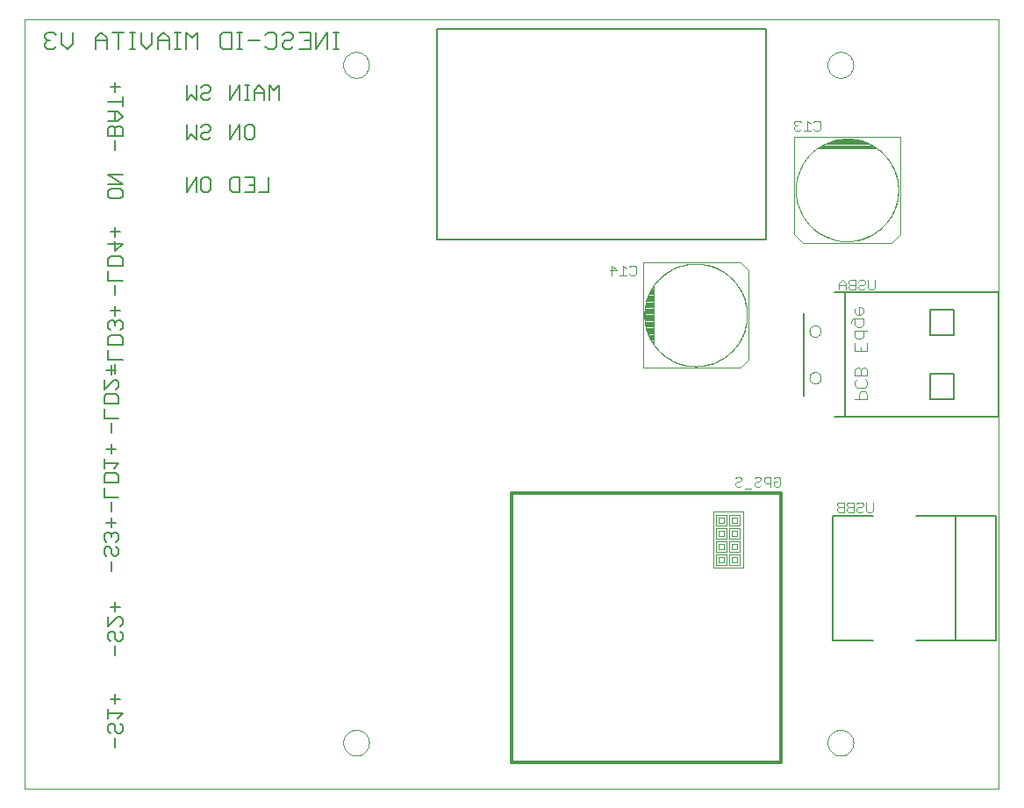
<source format=gbo>
G75*
%MOIN*%
%OFA0B0*%
%FSLAX24Y24*%
%IPPOS*%
%LPD*%
%AMOC8*
5,1,8,0,0,1.08239X$1,22.5*
%
%ADD10C,0.0000*%
%ADD11C,0.0060*%
%ADD12C,0.0050*%
%ADD13C,0.0120*%
%ADD14C,0.0040*%
%ADD15C,0.0030*%
%ADD16C,0.0080*%
D10*
X000942Y000150D02*
X000942Y029400D01*
X037942Y029400D01*
X037942Y000150D01*
X000942Y000150D01*
X013050Y001900D02*
X013052Y001944D01*
X013058Y001988D01*
X013068Y002031D01*
X013081Y002073D01*
X013099Y002113D01*
X013120Y002152D01*
X013144Y002189D01*
X013171Y002224D01*
X013202Y002256D01*
X013235Y002285D01*
X013271Y002311D01*
X013309Y002333D01*
X013349Y002352D01*
X013390Y002368D01*
X013433Y002380D01*
X013476Y002388D01*
X013520Y002392D01*
X013564Y002392D01*
X013608Y002388D01*
X013651Y002380D01*
X013694Y002368D01*
X013735Y002352D01*
X013775Y002333D01*
X013813Y002311D01*
X013849Y002285D01*
X013882Y002256D01*
X013913Y002224D01*
X013940Y002189D01*
X013964Y002152D01*
X013985Y002113D01*
X014003Y002073D01*
X014016Y002031D01*
X014026Y001988D01*
X014032Y001944D01*
X014034Y001900D01*
X014032Y001856D01*
X014026Y001812D01*
X014016Y001769D01*
X014003Y001727D01*
X013985Y001687D01*
X013964Y001648D01*
X013940Y001611D01*
X013913Y001576D01*
X013882Y001544D01*
X013849Y001515D01*
X013813Y001489D01*
X013775Y001467D01*
X013735Y001448D01*
X013694Y001432D01*
X013651Y001420D01*
X013608Y001412D01*
X013564Y001408D01*
X013520Y001408D01*
X013476Y001412D01*
X013433Y001420D01*
X013390Y001432D01*
X013349Y001448D01*
X013309Y001467D01*
X013271Y001489D01*
X013235Y001515D01*
X013202Y001544D01*
X013171Y001576D01*
X013144Y001611D01*
X013120Y001648D01*
X013099Y001687D01*
X013081Y001727D01*
X013068Y001769D01*
X013058Y001812D01*
X013052Y001856D01*
X013050Y001900D01*
X031450Y001900D02*
X031452Y001944D01*
X031458Y001988D01*
X031468Y002031D01*
X031481Y002073D01*
X031499Y002113D01*
X031520Y002152D01*
X031544Y002189D01*
X031571Y002224D01*
X031602Y002256D01*
X031635Y002285D01*
X031671Y002311D01*
X031709Y002333D01*
X031749Y002352D01*
X031790Y002368D01*
X031833Y002380D01*
X031876Y002388D01*
X031920Y002392D01*
X031964Y002392D01*
X032008Y002388D01*
X032051Y002380D01*
X032094Y002368D01*
X032135Y002352D01*
X032175Y002333D01*
X032213Y002311D01*
X032249Y002285D01*
X032282Y002256D01*
X032313Y002224D01*
X032340Y002189D01*
X032364Y002152D01*
X032385Y002113D01*
X032403Y002073D01*
X032416Y002031D01*
X032426Y001988D01*
X032432Y001944D01*
X032434Y001900D01*
X032432Y001856D01*
X032426Y001812D01*
X032416Y001769D01*
X032403Y001727D01*
X032385Y001687D01*
X032364Y001648D01*
X032340Y001611D01*
X032313Y001576D01*
X032282Y001544D01*
X032249Y001515D01*
X032213Y001489D01*
X032175Y001467D01*
X032135Y001448D01*
X032094Y001432D01*
X032051Y001420D01*
X032008Y001412D01*
X031964Y001408D01*
X031920Y001408D01*
X031876Y001412D01*
X031833Y001420D01*
X031790Y001432D01*
X031749Y001448D01*
X031709Y001467D01*
X031671Y001489D01*
X031635Y001515D01*
X031602Y001544D01*
X031571Y001576D01*
X031544Y001611D01*
X031520Y001648D01*
X031499Y001687D01*
X031481Y001727D01*
X031468Y001769D01*
X031458Y001812D01*
X031452Y001856D01*
X031450Y001900D01*
X030764Y015764D02*
X030766Y015793D01*
X030772Y015821D01*
X030781Y015849D01*
X030794Y015875D01*
X030811Y015898D01*
X030830Y015920D01*
X030852Y015939D01*
X030877Y015954D01*
X030903Y015967D01*
X030931Y015975D01*
X030959Y015980D01*
X030988Y015981D01*
X031017Y015978D01*
X031045Y015971D01*
X031072Y015961D01*
X031098Y015947D01*
X031121Y015930D01*
X031142Y015910D01*
X031160Y015887D01*
X031175Y015862D01*
X031186Y015835D01*
X031194Y015807D01*
X031198Y015778D01*
X031198Y015750D01*
X031194Y015721D01*
X031186Y015693D01*
X031175Y015666D01*
X031160Y015641D01*
X031142Y015618D01*
X031121Y015598D01*
X031098Y015581D01*
X031072Y015567D01*
X031045Y015557D01*
X031017Y015550D01*
X030988Y015547D01*
X030959Y015548D01*
X030931Y015553D01*
X030903Y015561D01*
X030877Y015574D01*
X030852Y015589D01*
X030830Y015608D01*
X030811Y015630D01*
X030794Y015653D01*
X030781Y015679D01*
X030772Y015707D01*
X030766Y015735D01*
X030764Y015764D01*
X030764Y017536D02*
X030766Y017565D01*
X030772Y017593D01*
X030781Y017621D01*
X030794Y017647D01*
X030811Y017670D01*
X030830Y017692D01*
X030852Y017711D01*
X030877Y017726D01*
X030903Y017739D01*
X030931Y017747D01*
X030959Y017752D01*
X030988Y017753D01*
X031017Y017750D01*
X031045Y017743D01*
X031072Y017733D01*
X031098Y017719D01*
X031121Y017702D01*
X031142Y017682D01*
X031160Y017659D01*
X031175Y017634D01*
X031186Y017607D01*
X031194Y017579D01*
X031198Y017550D01*
X031198Y017522D01*
X031194Y017493D01*
X031186Y017465D01*
X031175Y017438D01*
X031160Y017413D01*
X031142Y017390D01*
X031121Y017370D01*
X031098Y017353D01*
X031072Y017339D01*
X031045Y017329D01*
X031017Y017322D01*
X030988Y017319D01*
X030959Y017320D01*
X030931Y017325D01*
X030903Y017333D01*
X030877Y017346D01*
X030852Y017361D01*
X030830Y017380D01*
X030811Y017402D01*
X030794Y017425D01*
X030781Y017451D01*
X030772Y017479D01*
X030766Y017507D01*
X030764Y017536D01*
X031450Y027650D02*
X031452Y027694D01*
X031458Y027738D01*
X031468Y027781D01*
X031481Y027823D01*
X031499Y027863D01*
X031520Y027902D01*
X031544Y027939D01*
X031571Y027974D01*
X031602Y028006D01*
X031635Y028035D01*
X031671Y028061D01*
X031709Y028083D01*
X031749Y028102D01*
X031790Y028118D01*
X031833Y028130D01*
X031876Y028138D01*
X031920Y028142D01*
X031964Y028142D01*
X032008Y028138D01*
X032051Y028130D01*
X032094Y028118D01*
X032135Y028102D01*
X032175Y028083D01*
X032213Y028061D01*
X032249Y028035D01*
X032282Y028006D01*
X032313Y027974D01*
X032340Y027939D01*
X032364Y027902D01*
X032385Y027863D01*
X032403Y027823D01*
X032416Y027781D01*
X032426Y027738D01*
X032432Y027694D01*
X032434Y027650D01*
X032432Y027606D01*
X032426Y027562D01*
X032416Y027519D01*
X032403Y027477D01*
X032385Y027437D01*
X032364Y027398D01*
X032340Y027361D01*
X032313Y027326D01*
X032282Y027294D01*
X032249Y027265D01*
X032213Y027239D01*
X032175Y027217D01*
X032135Y027198D01*
X032094Y027182D01*
X032051Y027170D01*
X032008Y027162D01*
X031964Y027158D01*
X031920Y027158D01*
X031876Y027162D01*
X031833Y027170D01*
X031790Y027182D01*
X031749Y027198D01*
X031709Y027217D01*
X031671Y027239D01*
X031635Y027265D01*
X031602Y027294D01*
X031571Y027326D01*
X031544Y027361D01*
X031520Y027398D01*
X031499Y027437D01*
X031481Y027477D01*
X031468Y027519D01*
X031458Y027562D01*
X031452Y027606D01*
X031450Y027650D01*
X013050Y027650D02*
X013052Y027694D01*
X013058Y027738D01*
X013068Y027781D01*
X013081Y027823D01*
X013099Y027863D01*
X013120Y027902D01*
X013144Y027939D01*
X013171Y027974D01*
X013202Y028006D01*
X013235Y028035D01*
X013271Y028061D01*
X013309Y028083D01*
X013349Y028102D01*
X013390Y028118D01*
X013433Y028130D01*
X013476Y028138D01*
X013520Y028142D01*
X013564Y028142D01*
X013608Y028138D01*
X013651Y028130D01*
X013694Y028118D01*
X013735Y028102D01*
X013775Y028083D01*
X013813Y028061D01*
X013849Y028035D01*
X013882Y028006D01*
X013913Y027974D01*
X013940Y027939D01*
X013964Y027902D01*
X013985Y027863D01*
X014003Y027823D01*
X014016Y027781D01*
X014026Y027738D01*
X014032Y027694D01*
X014034Y027650D01*
X014032Y027606D01*
X014026Y027562D01*
X014016Y027519D01*
X014003Y027477D01*
X013985Y027437D01*
X013964Y027398D01*
X013940Y027361D01*
X013913Y027326D01*
X013882Y027294D01*
X013849Y027265D01*
X013813Y027239D01*
X013775Y027217D01*
X013735Y027198D01*
X013694Y027182D01*
X013651Y027170D01*
X013608Y027162D01*
X013564Y027158D01*
X013520Y027158D01*
X013476Y027162D01*
X013433Y027170D01*
X013390Y027182D01*
X013349Y027198D01*
X013309Y027217D01*
X013271Y027239D01*
X013235Y027265D01*
X013202Y027294D01*
X013171Y027326D01*
X013144Y027361D01*
X013120Y027398D01*
X013099Y027437D01*
X013081Y027477D01*
X013068Y027519D01*
X013058Y027562D01*
X013052Y027606D01*
X013050Y027650D01*
D11*
X012884Y028250D02*
X012671Y028250D01*
X012777Y028250D02*
X012777Y028891D01*
X012671Y028891D02*
X012884Y028891D01*
X012454Y028891D02*
X012027Y028250D01*
X012027Y028891D01*
X011810Y028891D02*
X011810Y028250D01*
X011383Y028250D01*
X011165Y028357D02*
X011059Y028250D01*
X010845Y028250D01*
X010738Y028357D01*
X010738Y028464D01*
X010845Y028570D01*
X011059Y028570D01*
X011165Y028677D01*
X011165Y028784D01*
X011059Y028891D01*
X010845Y028891D01*
X010738Y028784D01*
X010521Y028784D02*
X010521Y028357D01*
X010414Y028250D01*
X010201Y028250D01*
X010094Y028357D01*
X009876Y028570D02*
X009449Y028570D01*
X009232Y028250D02*
X009018Y028250D01*
X009125Y028250D02*
X009125Y028891D01*
X009232Y028891D02*
X009018Y028891D01*
X008802Y028891D02*
X008482Y028891D01*
X008375Y028784D01*
X008375Y028357D01*
X008482Y028250D01*
X008802Y028250D01*
X008802Y028891D01*
X007513Y028891D02*
X007513Y028250D01*
X007086Y028250D02*
X007086Y028891D01*
X007299Y028677D01*
X007513Y028891D01*
X006868Y028891D02*
X006655Y028891D01*
X006762Y028891D02*
X006762Y028250D01*
X006868Y028250D02*
X006655Y028250D01*
X006439Y028250D02*
X006439Y028677D01*
X006225Y028891D01*
X006012Y028677D01*
X006012Y028250D01*
X005794Y028464D02*
X005581Y028250D01*
X005367Y028464D01*
X005367Y028891D01*
X005150Y028891D02*
X004936Y028891D01*
X005043Y028891D02*
X005043Y028250D01*
X005150Y028250D02*
X004936Y028250D01*
X004506Y028250D02*
X004506Y028891D01*
X004293Y028891D02*
X004720Y028891D01*
X004075Y028677D02*
X003862Y028891D01*
X003648Y028677D01*
X003648Y028250D01*
X003648Y028570D02*
X004075Y028570D01*
X004075Y028677D02*
X004075Y028250D01*
X002786Y028464D02*
X002573Y028250D01*
X002359Y028464D01*
X002359Y028891D01*
X002142Y028784D02*
X002035Y028891D01*
X001821Y028891D01*
X001715Y028784D01*
X001715Y028677D01*
X001821Y028570D01*
X001715Y028464D01*
X001715Y028357D01*
X001821Y028250D01*
X002035Y028250D01*
X002142Y028357D01*
X001928Y028570D02*
X001821Y028570D01*
X002786Y028464D02*
X002786Y028891D01*
X005794Y028891D02*
X005794Y028464D01*
X006012Y028570D02*
X006439Y028570D01*
X010094Y028784D02*
X010201Y028891D01*
X010414Y028891D01*
X010521Y028784D01*
X011383Y028891D02*
X011810Y028891D01*
X011810Y028570D02*
X011596Y028570D01*
X012454Y028250D02*
X012454Y028891D01*
D12*
X010600Y026875D02*
X010416Y026692D01*
X010233Y026875D01*
X010233Y026325D01*
X010047Y026325D02*
X010047Y026692D01*
X009864Y026875D01*
X009680Y026692D01*
X009680Y026325D01*
X009495Y026325D02*
X009311Y026325D01*
X009403Y026325D02*
X009403Y026875D01*
X009495Y026875D02*
X009311Y026875D01*
X009127Y026875D02*
X008760Y026325D01*
X008760Y026875D01*
X009127Y026875D02*
X009127Y026325D01*
X009680Y026600D02*
X010047Y026600D01*
X010600Y026325D02*
X010600Y026875D01*
X009587Y025375D02*
X009679Y025284D01*
X009679Y024917D01*
X009587Y024825D01*
X009404Y024825D01*
X009312Y024917D01*
X009312Y025284D01*
X009404Y025375D01*
X009587Y025375D01*
X009127Y025375D02*
X008760Y024825D01*
X008760Y025375D01*
X009127Y025375D02*
X009127Y024825D01*
X008022Y024917D02*
X007930Y024825D01*
X007746Y024825D01*
X007655Y024917D01*
X007655Y025008D01*
X007746Y025100D01*
X007930Y025100D01*
X008022Y025192D01*
X008022Y025284D01*
X007930Y025375D01*
X007746Y025375D01*
X007655Y025284D01*
X007469Y025375D02*
X007469Y024825D01*
X007286Y025008D01*
X007102Y024825D01*
X007102Y025375D01*
X007102Y026325D02*
X007102Y026875D01*
X007469Y026875D02*
X007469Y026325D01*
X007286Y026508D01*
X007102Y026325D01*
X007655Y026417D02*
X007655Y026508D01*
X007746Y026600D01*
X007930Y026600D01*
X008022Y026692D01*
X008022Y026784D01*
X007930Y026875D01*
X007746Y026875D01*
X007655Y026784D01*
X007655Y026417D02*
X007746Y026325D01*
X007930Y026325D01*
X008022Y026417D01*
X004667Y026437D02*
X004667Y026070D01*
X004667Y026254D02*
X004117Y026254D01*
X004117Y025885D02*
X004484Y025885D01*
X004667Y025701D01*
X004484Y025518D01*
X004117Y025518D01*
X004208Y025332D02*
X004117Y025240D01*
X004117Y024965D01*
X004667Y024965D01*
X004667Y025240D01*
X004575Y025332D01*
X004484Y025332D01*
X004392Y025240D01*
X004392Y024965D01*
X004392Y024780D02*
X004392Y024413D01*
X004392Y025240D02*
X004300Y025332D01*
X004208Y025332D01*
X004392Y025518D02*
X004392Y025885D01*
X004392Y026623D02*
X004392Y026990D01*
X004575Y026806D02*
X004208Y026806D01*
X004117Y023490D02*
X004667Y023490D01*
X004667Y023123D02*
X004117Y023490D01*
X004117Y023123D02*
X004667Y023123D01*
X004575Y022937D02*
X004667Y022845D01*
X004667Y022662D01*
X004575Y022570D01*
X004208Y022570D01*
X004117Y022662D01*
X004117Y022845D01*
X004208Y022937D01*
X004575Y022937D01*
X004392Y021490D02*
X004392Y021123D01*
X004392Y020937D02*
X004392Y020570D01*
X004667Y020845D01*
X004117Y020845D01*
X004208Y021306D02*
X004575Y021306D01*
X004575Y020385D02*
X004208Y020385D01*
X004117Y020293D01*
X004117Y020018D01*
X004667Y020018D01*
X004667Y020293D01*
X004575Y020385D01*
X004117Y019832D02*
X004117Y019465D01*
X004667Y019465D01*
X004392Y019280D02*
X004392Y018913D01*
X004392Y018490D02*
X004392Y018123D01*
X004484Y017937D02*
X004392Y017845D01*
X004300Y017937D01*
X004208Y017937D01*
X004117Y017845D01*
X004117Y017662D01*
X004208Y017570D01*
X004208Y017385D02*
X004575Y017385D01*
X004667Y017293D01*
X004667Y017018D01*
X004117Y017018D01*
X004117Y017293D01*
X004208Y017385D01*
X004575Y017570D02*
X004667Y017662D01*
X004667Y017845D01*
X004575Y017937D01*
X004484Y017937D01*
X004392Y017845D02*
X004392Y017754D01*
X004575Y018306D02*
X004208Y018306D01*
X004117Y016832D02*
X004117Y016465D01*
X004667Y016465D01*
X004392Y016280D02*
X004392Y015913D01*
X004242Y015885D02*
X004242Y016252D01*
X004425Y016068D02*
X004058Y016068D01*
X003967Y015699D02*
X003967Y015332D01*
X004334Y015699D01*
X004425Y015699D01*
X004517Y015608D01*
X004517Y015424D01*
X004425Y015332D01*
X004425Y015147D02*
X004517Y015055D01*
X004517Y014780D01*
X003967Y014780D01*
X003967Y015055D01*
X004058Y015147D01*
X004425Y015147D01*
X003967Y014594D02*
X003967Y014227D01*
X004517Y014227D01*
X004242Y014042D02*
X004242Y013675D01*
X004242Y013252D02*
X004242Y012885D01*
X004425Y013068D02*
X004058Y013068D01*
X003967Y012699D02*
X003967Y012332D01*
X003967Y012516D02*
X004517Y012516D01*
X004334Y012332D01*
X004425Y012147D02*
X004517Y012055D01*
X004517Y011780D01*
X003967Y011780D01*
X003967Y012055D01*
X004058Y012147D01*
X004425Y012147D01*
X003967Y011594D02*
X003967Y011227D01*
X004517Y011227D01*
X004242Y011042D02*
X004242Y010675D01*
X004242Y010449D02*
X004242Y010082D01*
X004334Y009897D02*
X004242Y009805D01*
X004150Y009897D01*
X004058Y009897D01*
X003967Y009805D01*
X003967Y009622D01*
X004058Y009530D01*
X004058Y009344D02*
X003967Y009253D01*
X003967Y009069D01*
X004058Y008977D01*
X004242Y009069D02*
X004242Y009253D01*
X004150Y009344D01*
X004058Y009344D01*
X004242Y009069D02*
X004334Y008977D01*
X004425Y008977D01*
X004517Y009069D01*
X004517Y009253D01*
X004425Y009344D01*
X004425Y009530D02*
X004517Y009622D01*
X004517Y009805D01*
X004425Y009897D01*
X004334Y009897D01*
X004242Y009805D02*
X004242Y009713D01*
X004425Y010266D02*
X004058Y010266D01*
X004242Y008792D02*
X004242Y008425D01*
X004392Y007240D02*
X004392Y006873D01*
X004484Y006687D02*
X004575Y006687D01*
X004667Y006595D01*
X004667Y006412D01*
X004575Y006320D01*
X004575Y006135D02*
X004667Y006043D01*
X004667Y005859D01*
X004575Y005768D01*
X004484Y005768D01*
X004392Y005859D01*
X004392Y006043D01*
X004300Y006135D01*
X004208Y006135D01*
X004117Y006043D01*
X004117Y005859D01*
X004208Y005768D01*
X004392Y005582D02*
X004392Y005215D01*
X004117Y006320D02*
X004484Y006687D01*
X004117Y006687D02*
X004117Y006320D01*
X004208Y007056D02*
X004575Y007056D01*
X004392Y003740D02*
X004392Y003373D01*
X004575Y003556D02*
X004208Y003556D01*
X004117Y003187D02*
X004117Y002820D01*
X004117Y003004D02*
X004667Y003004D01*
X004484Y002820D01*
X004575Y002635D02*
X004667Y002543D01*
X004667Y002359D01*
X004575Y002268D01*
X004484Y002268D01*
X004392Y002359D01*
X004392Y002543D01*
X004300Y002635D01*
X004208Y002635D01*
X004117Y002543D01*
X004117Y002359D01*
X004208Y002268D01*
X004392Y002082D02*
X004392Y001715D01*
X016630Y021028D02*
X016630Y029028D01*
X029130Y029028D01*
X029130Y021028D01*
X016630Y021028D01*
X010231Y022825D02*
X009865Y022825D01*
X009679Y022825D02*
X009312Y022825D01*
X009127Y022825D02*
X008851Y022825D01*
X008760Y022917D01*
X008760Y023284D01*
X008851Y023375D01*
X009127Y023375D01*
X009127Y022825D01*
X009496Y023100D02*
X009679Y023100D01*
X009679Y023375D02*
X009679Y022825D01*
X009679Y023375D02*
X009312Y023375D01*
X010231Y023375D02*
X010231Y022825D01*
X008022Y022917D02*
X007930Y022825D01*
X007746Y022825D01*
X007655Y022917D01*
X007655Y023284D01*
X007746Y023375D01*
X007930Y023375D01*
X008022Y023284D01*
X008022Y022917D01*
X007469Y022825D02*
X007469Y023375D01*
X007102Y022825D01*
X007102Y023375D01*
D13*
X019442Y011400D02*
X019442Y001150D01*
X029692Y001150D01*
X029692Y011400D01*
X019442Y011400D01*
D14*
X024434Y016142D02*
X028135Y016142D01*
X028450Y016457D01*
X028450Y019843D01*
X028135Y020158D01*
X024434Y020158D01*
X024434Y018485D01*
X024531Y018476D02*
X024847Y018476D01*
X024847Y018438D02*
X024524Y018438D01*
X024517Y018399D02*
X024847Y018399D01*
X024847Y018361D02*
X024513Y018361D01*
X024515Y018390D02*
X024558Y018622D01*
X024628Y018846D01*
X024725Y019061D01*
X024847Y019262D01*
X024847Y017048D01*
X024725Y017249D01*
X024628Y017464D01*
X024558Y017688D01*
X024515Y017920D01*
X024501Y018155D01*
X024515Y018390D01*
X024511Y018322D02*
X024847Y018322D01*
X024847Y018284D02*
X024509Y018284D01*
X024506Y018245D02*
X024847Y018245D01*
X024847Y018207D02*
X024504Y018207D01*
X024502Y018168D02*
X024847Y018168D01*
X024847Y018130D02*
X024502Y018130D01*
X024505Y018091D02*
X024847Y018091D01*
X024847Y018053D02*
X024507Y018053D01*
X024509Y018014D02*
X024847Y018014D01*
X024847Y017976D02*
X024512Y017976D01*
X024514Y017937D02*
X024847Y017937D01*
X024847Y017899D02*
X024519Y017899D01*
X024526Y017860D02*
X024847Y017860D01*
X024847Y017822D02*
X024533Y017822D01*
X024540Y017783D02*
X024847Y017783D01*
X024847Y017745D02*
X024547Y017745D01*
X024554Y017706D02*
X024847Y017706D01*
X024847Y017668D02*
X024564Y017668D01*
X024576Y017629D02*
X024847Y017629D01*
X024847Y017591D02*
X024588Y017591D01*
X024600Y017552D02*
X024847Y017552D01*
X024847Y017514D02*
X024612Y017514D01*
X024624Y017475D02*
X024847Y017475D01*
X024847Y017437D02*
X024640Y017437D01*
X024658Y017398D02*
X024847Y017398D01*
X024847Y017360D02*
X024675Y017360D01*
X024692Y017321D02*
X024847Y017321D01*
X024847Y017283D02*
X024710Y017283D01*
X024728Y017244D02*
X024847Y017244D01*
X024847Y017206D02*
X024751Y017206D01*
X024775Y017167D02*
X024847Y017167D01*
X024847Y017129D02*
X024798Y017129D01*
X024821Y017090D02*
X024847Y017090D01*
X024845Y017052D02*
X024847Y017052D01*
X024434Y017806D02*
X024434Y016142D01*
X024434Y020158D01*
X028135Y020158D01*
X028450Y019843D01*
X030184Y021207D02*
X030499Y020892D01*
X033885Y020892D01*
X034200Y021207D01*
X034200Y024908D01*
X032526Y024908D01*
X032432Y024827D02*
X032663Y024784D01*
X032888Y024714D01*
X033103Y024617D01*
X033304Y024494D01*
X031089Y024494D01*
X031291Y024617D01*
X031505Y024714D01*
X031730Y024784D01*
X031962Y024827D01*
X032197Y024841D01*
X032432Y024827D01*
X032396Y024829D02*
X031997Y024829D01*
X031847Y024908D02*
X030184Y024908D01*
X030184Y021207D01*
X030499Y020892D01*
X030184Y021207D02*
X030184Y024908D01*
X034200Y024908D01*
X034200Y021207D01*
X033885Y020892D01*
X032526Y020981D02*
X032612Y020998D01*
X032697Y021019D01*
X032782Y021043D01*
X032865Y021072D01*
X032947Y021104D01*
X033027Y021140D01*
X033105Y021179D01*
X033182Y021222D01*
X033257Y021269D01*
X033329Y021318D01*
X033399Y021371D01*
X033467Y021427D01*
X033532Y021486D01*
X033595Y021548D01*
X033654Y021613D01*
X033711Y021680D01*
X033764Y021750D01*
X033814Y021822D01*
X033861Y021896D01*
X033905Y021972D01*
X033945Y022051D01*
X033982Y022131D01*
X034015Y022212D01*
X034044Y022295D01*
X034069Y022379D01*
X034091Y022464D01*
X034108Y022550D01*
X034122Y022637D01*
X034132Y022724D01*
X034138Y022812D01*
X034140Y022900D01*
X034138Y022988D01*
X034132Y023076D01*
X034122Y023163D01*
X034108Y023250D01*
X034091Y023336D01*
X034069Y023421D01*
X034044Y023505D01*
X034015Y023588D01*
X033982Y023669D01*
X033945Y023749D01*
X033905Y023828D01*
X033861Y023904D01*
X033814Y023978D01*
X033764Y024050D01*
X033711Y024120D01*
X033654Y024187D01*
X033595Y024252D01*
X033532Y024314D01*
X033467Y024373D01*
X033399Y024429D01*
X033329Y024482D01*
X033257Y024531D01*
X033182Y024578D01*
X033105Y024621D01*
X033027Y024660D01*
X032947Y024696D01*
X032865Y024728D01*
X032782Y024757D01*
X032697Y024781D01*
X032612Y024802D01*
X032526Y024819D01*
X032629Y024790D02*
X031764Y024790D01*
X031627Y024752D02*
X032766Y024752D01*
X032889Y024713D02*
X031504Y024713D01*
X031419Y024675D02*
X032974Y024675D01*
X033059Y024636D02*
X031334Y024636D01*
X031259Y024598D02*
X033134Y024598D01*
X033197Y024559D02*
X031196Y024559D01*
X031132Y024521D02*
X033261Y024521D01*
X030243Y022900D02*
X030245Y022988D01*
X030251Y023076D01*
X030261Y023163D01*
X030275Y023250D01*
X030293Y023337D01*
X030314Y023422D01*
X030340Y023506D01*
X030369Y023590D01*
X030402Y023671D01*
X030439Y023751D01*
X030479Y023830D01*
X030523Y023906D01*
X030570Y023981D01*
X030620Y024053D01*
X030674Y024123D01*
X030731Y024190D01*
X030791Y024255D01*
X030853Y024317D01*
X030919Y024376D01*
X030987Y024432D01*
X031057Y024485D01*
X031130Y024534D01*
X031205Y024580D01*
X031282Y024623D01*
X031361Y024663D01*
X031441Y024699D01*
X031523Y024731D01*
X031607Y024759D01*
X031691Y024784D01*
X031777Y024804D01*
X031863Y024821D01*
X031950Y024834D01*
X032038Y024843D01*
X032126Y024848D01*
X032214Y024849D01*
X032302Y024846D01*
X032390Y024839D01*
X032477Y024828D01*
X032564Y024813D01*
X032650Y024794D01*
X032735Y024772D01*
X032819Y024745D01*
X032902Y024715D01*
X032983Y024681D01*
X033063Y024644D01*
X033141Y024602D01*
X033217Y024558D01*
X033291Y024510D01*
X033362Y024458D01*
X033432Y024404D01*
X033498Y024346D01*
X033562Y024286D01*
X033624Y024223D01*
X033682Y024157D01*
X033737Y024088D01*
X033789Y024017D01*
X033838Y023944D01*
X033884Y023868D01*
X033926Y023791D01*
X033964Y023711D01*
X033999Y023631D01*
X034030Y023548D01*
X034057Y023464D01*
X034081Y023380D01*
X034101Y023294D01*
X034117Y023207D01*
X034129Y023120D01*
X034137Y023032D01*
X034141Y022944D01*
X034141Y022856D01*
X034137Y022768D01*
X034129Y022680D01*
X034117Y022593D01*
X034101Y022506D01*
X034081Y022420D01*
X034057Y022336D01*
X034030Y022252D01*
X033999Y022169D01*
X033964Y022089D01*
X033926Y022009D01*
X033884Y021932D01*
X033838Y021856D01*
X033789Y021783D01*
X033737Y021712D01*
X033682Y021643D01*
X033624Y021577D01*
X033562Y021514D01*
X033498Y021454D01*
X033432Y021396D01*
X033362Y021342D01*
X033291Y021290D01*
X033217Y021242D01*
X033141Y021198D01*
X033063Y021156D01*
X032983Y021119D01*
X032902Y021085D01*
X032819Y021055D01*
X032735Y021028D01*
X032650Y021006D01*
X032564Y020987D01*
X032477Y020972D01*
X032390Y020961D01*
X032302Y020954D01*
X032214Y020951D01*
X032126Y020952D01*
X032038Y020957D01*
X031950Y020966D01*
X031863Y020979D01*
X031777Y020996D01*
X031691Y021016D01*
X031607Y021041D01*
X031523Y021069D01*
X031441Y021101D01*
X031361Y021137D01*
X031282Y021177D01*
X031205Y021220D01*
X031130Y021266D01*
X031057Y021315D01*
X030987Y021368D01*
X030919Y021424D01*
X030853Y021483D01*
X030791Y021545D01*
X030731Y021610D01*
X030674Y021677D01*
X030620Y021747D01*
X030570Y021819D01*
X030523Y021894D01*
X030479Y021970D01*
X030439Y022049D01*
X030402Y022129D01*
X030369Y022210D01*
X030340Y022294D01*
X030314Y022378D01*
X030293Y022463D01*
X030275Y022550D01*
X030261Y022637D01*
X030251Y022724D01*
X030245Y022812D01*
X030243Y022900D01*
X031857Y024819D02*
X031771Y024802D01*
X031686Y024781D01*
X031601Y024757D01*
X031518Y024728D01*
X031436Y024696D01*
X031356Y024660D01*
X031278Y024621D01*
X031201Y024578D01*
X031126Y024531D01*
X031054Y024482D01*
X030984Y024429D01*
X030916Y024373D01*
X030851Y024314D01*
X030788Y024252D01*
X030729Y024187D01*
X030672Y024120D01*
X030619Y024050D01*
X030569Y023978D01*
X030522Y023904D01*
X030478Y023828D01*
X030438Y023749D01*
X030401Y023669D01*
X030368Y023588D01*
X030339Y023505D01*
X030314Y023421D01*
X030292Y023336D01*
X030275Y023250D01*
X030261Y023163D01*
X030251Y023076D01*
X030245Y022988D01*
X030243Y022900D01*
X030245Y022812D01*
X030251Y022724D01*
X030261Y022637D01*
X030275Y022550D01*
X030292Y022464D01*
X030314Y022379D01*
X030339Y022295D01*
X030368Y022212D01*
X030401Y022131D01*
X030438Y022051D01*
X030478Y021972D01*
X030522Y021896D01*
X030569Y021822D01*
X030619Y021750D01*
X030672Y021680D01*
X030729Y021613D01*
X030788Y021548D01*
X030851Y021486D01*
X030916Y021427D01*
X030984Y021371D01*
X031054Y021318D01*
X031126Y021269D01*
X031201Y021222D01*
X031278Y021179D01*
X031356Y021140D01*
X031436Y021104D01*
X031518Y021072D01*
X031601Y021043D01*
X031686Y021019D01*
X031771Y020998D01*
X031857Y020981D01*
X032651Y018467D02*
X032651Y018160D01*
X032727Y018160D02*
X032804Y018237D01*
X032804Y018391D01*
X032727Y018467D01*
X032651Y018467D01*
X032497Y018391D02*
X032497Y018237D01*
X032574Y018160D01*
X032727Y018160D01*
X032804Y018007D02*
X032420Y018007D01*
X032344Y017930D01*
X032344Y017854D01*
X032497Y017777D02*
X032497Y018007D01*
X032497Y017777D02*
X032574Y017700D01*
X032727Y017700D01*
X032804Y017777D01*
X032804Y018007D01*
X032804Y017547D02*
X032804Y017316D01*
X032727Y017240D01*
X032574Y017240D01*
X032497Y017316D01*
X032497Y017547D01*
X032957Y017547D01*
X032957Y017086D02*
X032957Y016779D01*
X032497Y016779D01*
X032497Y017086D01*
X032727Y016933D02*
X032727Y016779D01*
X032651Y016165D02*
X032574Y016165D01*
X032497Y016089D01*
X032497Y015859D01*
X032957Y015859D01*
X032957Y016089D01*
X032881Y016165D01*
X032804Y016165D01*
X032727Y016089D01*
X032727Y015859D01*
X032574Y015705D02*
X032497Y015628D01*
X032497Y015475D01*
X032574Y015398D01*
X032881Y015398D01*
X032957Y015475D01*
X032957Y015628D01*
X032881Y015705D01*
X032881Y015245D02*
X032727Y015245D01*
X032651Y015168D01*
X032651Y014938D01*
X032497Y014938D02*
X032957Y014938D01*
X032957Y015168D01*
X032881Y015245D01*
X032727Y016089D02*
X032651Y016165D01*
X028450Y016457D02*
X028135Y016142D01*
X024434Y016142D01*
X024523Y017815D02*
X024540Y017729D01*
X024561Y017644D01*
X024585Y017559D01*
X024614Y017476D01*
X024646Y017394D01*
X024682Y017314D01*
X024721Y017236D01*
X024764Y017159D01*
X024811Y017084D01*
X024860Y017012D01*
X024913Y016942D01*
X024969Y016874D01*
X025028Y016809D01*
X025090Y016746D01*
X025155Y016687D01*
X025222Y016630D01*
X025292Y016577D01*
X025364Y016527D01*
X025438Y016480D01*
X025514Y016436D01*
X025593Y016396D01*
X025673Y016359D01*
X025754Y016326D01*
X025837Y016297D01*
X025921Y016272D01*
X026006Y016250D01*
X026092Y016233D01*
X026179Y016219D01*
X026266Y016209D01*
X026354Y016203D01*
X026442Y016201D01*
X026530Y016203D01*
X026618Y016209D01*
X026705Y016219D01*
X026792Y016233D01*
X026878Y016250D01*
X026963Y016272D01*
X027047Y016297D01*
X027130Y016326D01*
X027211Y016359D01*
X027291Y016396D01*
X027370Y016436D01*
X027446Y016480D01*
X027520Y016527D01*
X027592Y016577D01*
X027662Y016630D01*
X027729Y016687D01*
X027794Y016746D01*
X027856Y016809D01*
X027915Y016874D01*
X027971Y016942D01*
X028024Y017012D01*
X028073Y017084D01*
X028120Y017159D01*
X028163Y017236D01*
X028202Y017314D01*
X028238Y017394D01*
X028270Y017476D01*
X028299Y017559D01*
X028323Y017644D01*
X028344Y017729D01*
X028361Y017815D01*
X024493Y018150D02*
X024495Y018238D01*
X024501Y018326D01*
X024511Y018413D01*
X024525Y018500D01*
X024543Y018587D01*
X024564Y018672D01*
X024590Y018756D01*
X024619Y018840D01*
X024652Y018921D01*
X024689Y019001D01*
X024729Y019080D01*
X024773Y019156D01*
X024820Y019231D01*
X024870Y019303D01*
X024924Y019373D01*
X024981Y019440D01*
X025041Y019505D01*
X025103Y019567D01*
X025169Y019626D01*
X025237Y019682D01*
X025307Y019735D01*
X025380Y019784D01*
X025455Y019830D01*
X025532Y019873D01*
X025611Y019913D01*
X025691Y019949D01*
X025773Y019981D01*
X025857Y020009D01*
X025941Y020034D01*
X026027Y020054D01*
X026113Y020071D01*
X026200Y020084D01*
X026288Y020093D01*
X026376Y020098D01*
X026464Y020099D01*
X026552Y020096D01*
X026640Y020089D01*
X026727Y020078D01*
X026814Y020063D01*
X026900Y020044D01*
X026985Y020022D01*
X027069Y019995D01*
X027152Y019965D01*
X027233Y019931D01*
X027313Y019894D01*
X027391Y019852D01*
X027467Y019808D01*
X027541Y019760D01*
X027612Y019708D01*
X027682Y019654D01*
X027748Y019596D01*
X027812Y019536D01*
X027874Y019473D01*
X027932Y019407D01*
X027987Y019338D01*
X028039Y019267D01*
X028088Y019194D01*
X028134Y019118D01*
X028176Y019041D01*
X028214Y018961D01*
X028249Y018881D01*
X028280Y018798D01*
X028307Y018714D01*
X028331Y018630D01*
X028351Y018544D01*
X028367Y018457D01*
X028379Y018370D01*
X028387Y018282D01*
X028391Y018194D01*
X028391Y018106D01*
X028387Y018018D01*
X028379Y017930D01*
X028367Y017843D01*
X028351Y017756D01*
X028331Y017670D01*
X028307Y017586D01*
X028280Y017502D01*
X028249Y017419D01*
X028214Y017339D01*
X028176Y017259D01*
X028134Y017182D01*
X028088Y017106D01*
X028039Y017033D01*
X027987Y016962D01*
X027932Y016893D01*
X027874Y016827D01*
X027812Y016764D01*
X027748Y016704D01*
X027682Y016646D01*
X027612Y016592D01*
X027541Y016540D01*
X027467Y016492D01*
X027391Y016448D01*
X027313Y016406D01*
X027233Y016369D01*
X027152Y016335D01*
X027069Y016305D01*
X026985Y016278D01*
X026900Y016256D01*
X026814Y016237D01*
X026727Y016222D01*
X026640Y016211D01*
X026552Y016204D01*
X026464Y016201D01*
X026376Y016202D01*
X026288Y016207D01*
X026200Y016216D01*
X026113Y016229D01*
X026027Y016246D01*
X025941Y016266D01*
X025857Y016291D01*
X025773Y016319D01*
X025691Y016351D01*
X025611Y016387D01*
X025532Y016427D01*
X025455Y016470D01*
X025380Y016516D01*
X025307Y016565D01*
X025237Y016618D01*
X025169Y016674D01*
X025103Y016733D01*
X025041Y016795D01*
X024981Y016860D01*
X024924Y016927D01*
X024870Y016997D01*
X024820Y017069D01*
X024773Y017144D01*
X024729Y017220D01*
X024689Y017299D01*
X024652Y017379D01*
X024619Y017460D01*
X024590Y017544D01*
X024564Y017628D01*
X024543Y017713D01*
X024525Y017800D01*
X024511Y017887D01*
X024501Y017974D01*
X024495Y018062D01*
X024493Y018150D01*
X024538Y018515D02*
X024847Y018515D01*
X024847Y018553D02*
X024545Y018553D01*
X024552Y018592D02*
X024847Y018592D01*
X024847Y018630D02*
X024560Y018630D01*
X024572Y018669D02*
X024847Y018669D01*
X024847Y018707D02*
X024584Y018707D01*
X024597Y018746D02*
X024847Y018746D01*
X024847Y018784D02*
X024609Y018784D01*
X024621Y018823D02*
X024847Y018823D01*
X024847Y018861D02*
X024635Y018861D01*
X024652Y018900D02*
X024847Y018900D01*
X024847Y018938D02*
X024670Y018938D01*
X024687Y018977D02*
X024847Y018977D01*
X024847Y019015D02*
X024704Y019015D01*
X024722Y019054D02*
X024847Y019054D01*
X024847Y019092D02*
X024744Y019092D01*
X024767Y019131D02*
X024847Y019131D01*
X024847Y019169D02*
X024791Y019169D01*
X024814Y019208D02*
X024847Y019208D01*
X024847Y019246D02*
X024837Y019246D01*
X024523Y018485D02*
X024540Y018571D01*
X024561Y018656D01*
X024585Y018741D01*
X024614Y018824D01*
X024646Y018906D01*
X024682Y018986D01*
X024721Y019064D01*
X024764Y019141D01*
X024811Y019216D01*
X024860Y019288D01*
X024913Y019358D01*
X024969Y019426D01*
X025028Y019491D01*
X025090Y019554D01*
X025155Y019613D01*
X025222Y019670D01*
X025292Y019723D01*
X025364Y019773D01*
X025438Y019820D01*
X025514Y019864D01*
X025593Y019904D01*
X025673Y019941D01*
X025754Y019974D01*
X025837Y020003D01*
X025921Y020028D01*
X026006Y020050D01*
X026092Y020067D01*
X026179Y020081D01*
X026266Y020091D01*
X026354Y020097D01*
X026442Y020099D01*
X026530Y020097D01*
X026618Y020091D01*
X026705Y020081D01*
X026792Y020067D01*
X026878Y020050D01*
X026963Y020028D01*
X027047Y020003D01*
X027130Y019974D01*
X027211Y019941D01*
X027291Y019904D01*
X027370Y019864D01*
X027446Y019820D01*
X027520Y019773D01*
X027592Y019723D01*
X027662Y019670D01*
X027729Y019613D01*
X027794Y019554D01*
X027856Y019491D01*
X027915Y019426D01*
X027971Y019358D01*
X028024Y019288D01*
X028073Y019216D01*
X028120Y019141D01*
X028163Y019064D01*
X028202Y018986D01*
X028238Y018906D01*
X028270Y018824D01*
X028299Y018741D01*
X028323Y018656D01*
X028344Y018571D01*
X028361Y018485D01*
X028245Y010676D02*
X027103Y010676D01*
X027103Y008550D01*
X028245Y008550D01*
X028245Y010676D01*
X028124Y010563D02*
X028124Y010163D01*
X027724Y010163D01*
X027724Y010563D01*
X028124Y010563D01*
X028024Y010463D02*
X027824Y010463D01*
X027824Y010263D01*
X028024Y010263D01*
X028024Y010463D01*
X027624Y010563D02*
X027624Y010163D01*
X027224Y010163D01*
X027224Y010563D01*
X027624Y010563D01*
X027524Y010463D02*
X027324Y010463D01*
X027324Y010263D01*
X027524Y010263D01*
X027524Y010463D01*
X027624Y010063D02*
X027224Y010063D01*
X027224Y009663D01*
X027624Y009663D01*
X027624Y010063D01*
X027724Y010063D02*
X028124Y010063D01*
X028124Y009663D01*
X027724Y009663D01*
X027724Y010063D01*
X027824Y009963D02*
X028024Y009963D01*
X028024Y009763D01*
X027824Y009763D01*
X027824Y009963D01*
X027524Y009963D02*
X027324Y009963D01*
X027324Y009763D01*
X027524Y009763D01*
X027524Y009963D01*
X027624Y009563D02*
X027224Y009563D01*
X027224Y009163D01*
X027624Y009163D01*
X027624Y009563D01*
X027724Y009563D02*
X028124Y009563D01*
X028124Y009163D01*
X027724Y009163D01*
X027724Y009563D01*
X027824Y009463D02*
X028024Y009463D01*
X028024Y009263D01*
X027824Y009263D01*
X027824Y009463D01*
X027524Y009463D02*
X027324Y009463D01*
X027324Y009263D01*
X027524Y009263D01*
X027524Y009463D01*
X027624Y009063D02*
X027224Y009063D01*
X027224Y008663D01*
X027624Y008663D01*
X027624Y009063D01*
X027724Y009063D02*
X028124Y009063D01*
X028124Y008663D01*
X027724Y008663D01*
X027724Y009063D01*
X027824Y008963D02*
X028024Y008963D01*
X028024Y008763D01*
X027824Y008763D01*
X027824Y008963D01*
X027524Y008963D02*
X027324Y008963D01*
X027324Y008763D01*
X027524Y008763D01*
X027524Y008963D01*
D15*
X028307Y011566D02*
X028554Y011566D01*
X028675Y011689D02*
X028737Y011628D01*
X028861Y011628D01*
X028922Y011689D01*
X028861Y011813D02*
X028737Y011813D01*
X028675Y011751D01*
X028675Y011689D01*
X028861Y011813D02*
X028922Y011874D01*
X028922Y011936D01*
X028861Y011998D01*
X028737Y011998D01*
X028675Y011936D01*
X029044Y011936D02*
X029044Y011813D01*
X029105Y011751D01*
X029291Y011751D01*
X029291Y011628D02*
X029291Y011998D01*
X029105Y011998D01*
X029044Y011936D01*
X029412Y011936D02*
X029474Y011998D01*
X029597Y011998D01*
X029659Y011936D01*
X029659Y011689D01*
X029597Y011628D01*
X029474Y011628D01*
X029412Y011689D01*
X029412Y011813D01*
X029536Y011813D01*
X028186Y011874D02*
X028124Y011813D01*
X028001Y011813D01*
X027939Y011751D01*
X027939Y011689D01*
X028001Y011628D01*
X028124Y011628D01*
X028186Y011689D01*
X028186Y011874D02*
X028186Y011936D01*
X028124Y011998D01*
X028001Y011998D01*
X027939Y011936D01*
X031825Y010974D02*
X031825Y010912D01*
X031887Y010850D01*
X032072Y010850D01*
X032193Y010788D02*
X032193Y010727D01*
X032255Y010665D01*
X032440Y010665D01*
X032440Y011035D01*
X032255Y011035D01*
X032193Y010974D01*
X032193Y010912D01*
X032255Y010850D01*
X032440Y010850D01*
X032561Y010788D02*
X032561Y010727D01*
X032623Y010665D01*
X032747Y010665D01*
X032808Y010727D01*
X032930Y010727D02*
X032930Y011035D01*
X032808Y010974D02*
X032808Y010912D01*
X032747Y010850D01*
X032623Y010850D01*
X032561Y010788D01*
X032561Y010974D02*
X032623Y011035D01*
X032747Y011035D01*
X032808Y010974D01*
X032930Y010727D02*
X032992Y010665D01*
X033115Y010665D01*
X033177Y010727D01*
X033177Y011035D01*
X032255Y010850D02*
X032193Y010788D01*
X032072Y010665D02*
X031887Y010665D01*
X031825Y010727D01*
X031825Y010788D01*
X031887Y010850D01*
X031825Y010974D02*
X031887Y011035D01*
X032072Y011035D01*
X032072Y010665D01*
X032135Y019112D02*
X032135Y019359D01*
X032011Y019482D01*
X031888Y019359D01*
X031888Y019112D01*
X031888Y019297D02*
X032135Y019297D01*
X032256Y019235D02*
X032256Y019174D01*
X032318Y019112D01*
X032503Y019112D01*
X032503Y019482D01*
X032318Y019482D01*
X032256Y019420D01*
X032256Y019359D01*
X032318Y019297D01*
X032503Y019297D01*
X032624Y019235D02*
X032624Y019174D01*
X032686Y019112D01*
X032810Y019112D01*
X032871Y019174D01*
X032993Y019174D02*
X032993Y019482D01*
X032871Y019420D02*
X032871Y019359D01*
X032810Y019297D01*
X032686Y019297D01*
X032624Y019235D01*
X032624Y019420D02*
X032686Y019482D01*
X032810Y019482D01*
X032871Y019420D01*
X032993Y019174D02*
X033055Y019112D01*
X033178Y019112D01*
X033240Y019174D01*
X033240Y019482D01*
X032318Y019297D02*
X032256Y019235D01*
X031115Y025165D02*
X030992Y025165D01*
X030930Y025227D01*
X030808Y025165D02*
X030561Y025165D01*
X030685Y025165D02*
X030685Y025535D01*
X030808Y025412D01*
X030930Y025474D02*
X030992Y025535D01*
X031115Y025535D01*
X031177Y025474D01*
X031177Y025227D01*
X031115Y025165D01*
X030440Y025227D02*
X030378Y025165D01*
X030255Y025165D01*
X030193Y025227D01*
X030193Y025288D01*
X030255Y025350D01*
X030317Y025350D01*
X030255Y025350D02*
X030193Y025412D01*
X030193Y025474D01*
X030255Y025535D01*
X030378Y025535D01*
X030440Y025474D01*
X024177Y019974D02*
X024177Y019727D01*
X024115Y019665D01*
X023992Y019665D01*
X023930Y019727D01*
X023808Y019665D02*
X023561Y019665D01*
X023685Y019665D02*
X023685Y020035D01*
X023808Y019912D01*
X023930Y019974D02*
X023992Y020035D01*
X024115Y020035D01*
X024177Y019974D01*
X023440Y019850D02*
X023193Y019850D01*
X023255Y019665D02*
X023255Y020035D01*
X023440Y019850D01*
D16*
X030548Y018225D02*
X030548Y015075D01*
X031729Y014288D02*
X032123Y014288D01*
X037950Y014288D01*
X037950Y019012D01*
X032123Y019012D01*
X031729Y019012D01*
X032123Y019012D02*
X032123Y014288D01*
X035351Y014957D02*
X035351Y015902D01*
X036257Y015902D01*
X036257Y014957D01*
X035351Y014957D01*
X035351Y017398D02*
X035351Y018343D01*
X036257Y018343D01*
X036257Y017398D01*
X035351Y017398D01*
X034831Y010512D02*
X036327Y010512D01*
X036327Y005788D01*
X034831Y005788D01*
X036327Y005788D02*
X037863Y005788D01*
X037863Y010512D01*
X036327Y010512D01*
X033178Y010512D02*
X031642Y010512D01*
X031642Y005788D01*
X033178Y005788D01*
M02*

</source>
